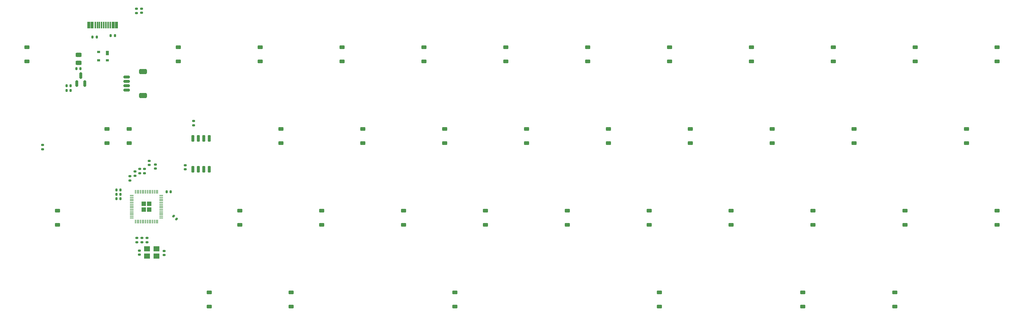
<source format=gbr>
%TF.GenerationSoftware,KiCad,Pcbnew,(7.0.0-0)*%
%TF.CreationDate,2023-04-18T09:58:13-04:00*%
%TF.ProjectId,pi0ii040,70693069-6930-4343-902e-6b696361645f,rev?*%
%TF.SameCoordinates,Original*%
%TF.FileFunction,Paste,Bot*%
%TF.FilePolarity,Positive*%
%FSLAX46Y46*%
G04 Gerber Fmt 4.6, Leading zero omitted, Abs format (unit mm)*
G04 Created by KiCad (PCBNEW (7.0.0-0)) date 2023-04-18 09:58:13*
%MOMM*%
%LPD*%
G01*
G04 APERTURE LIST*
G04 Aperture macros list*
%AMRoundRect*
0 Rectangle with rounded corners*
0 $1 Rounding radius*
0 $2 $3 $4 $5 $6 $7 $8 $9 X,Y pos of 4 corners*
0 Add a 4 corners polygon primitive as box body*
4,1,4,$2,$3,$4,$5,$6,$7,$8,$9,$2,$3,0*
0 Add four circle primitives for the rounded corners*
1,1,$1+$1,$2,$3*
1,1,$1+$1,$4,$5*
1,1,$1+$1,$6,$7*
1,1,$1+$1,$8,$9*
0 Add four rect primitives between the rounded corners*
20,1,$1+$1,$2,$3,$4,$5,0*
20,1,$1+$1,$4,$5,$6,$7,0*
20,1,$1+$1,$6,$7,$8,$9,0*
20,1,$1+$1,$8,$9,$2,$3,0*%
G04 Aperture macros list end*
%ADD10RoundRect,0.225000X0.375000X-0.225000X0.375000X0.225000X-0.375000X0.225000X-0.375000X-0.225000X0*%
%ADD11RoundRect,0.140000X0.170000X-0.140000X0.170000X0.140000X-0.170000X0.140000X-0.170000X-0.140000X0*%
%ADD12RoundRect,0.135000X-0.185000X0.135000X-0.185000X-0.135000X0.185000X-0.135000X0.185000X0.135000X0*%
%ADD13RoundRect,0.150000X0.150000X-0.587500X0.150000X0.587500X-0.150000X0.587500X-0.150000X-0.587500X0*%
%ADD14RoundRect,0.140000X0.140000X0.170000X-0.140000X0.170000X-0.140000X-0.170000X0.140000X-0.170000X0*%
%ADD15RoundRect,0.150000X-0.150000X0.650000X-0.150000X-0.650000X0.150000X-0.650000X0.150000X0.650000X0*%
%ADD16RoundRect,0.140000X-0.170000X0.140000X-0.170000X-0.140000X0.170000X-0.140000X0.170000X0.140000X0*%
%ADD17RoundRect,0.135000X0.135000X0.185000X-0.135000X0.185000X-0.135000X-0.185000X0.135000X-0.185000X0*%
%ADD18RoundRect,0.135000X-0.135000X-0.185000X0.135000X-0.185000X0.135000X0.185000X-0.135000X0.185000X0*%
%ADD19R,1.400000X1.200000*%
%ADD20RoundRect,0.135000X0.185000X-0.135000X0.185000X0.135000X-0.185000X0.135000X-0.185000X-0.135000X0*%
%ADD21RoundRect,0.250000X0.292217X0.292217X-0.292217X0.292217X-0.292217X-0.292217X0.292217X-0.292217X0*%
%ADD22RoundRect,0.050000X0.387500X0.050000X-0.387500X0.050000X-0.387500X-0.050000X0.387500X-0.050000X0*%
%ADD23RoundRect,0.050000X0.050000X0.387500X-0.050000X0.387500X-0.050000X-0.387500X0.050000X-0.387500X0*%
%ADD24R,0.700000X1.000000*%
%ADD25R,0.700000X0.600000*%
%ADD26RoundRect,0.140000X-0.219203X-0.021213X-0.021213X-0.219203X0.219203X0.021213X0.021213X0.219203X0*%
%ADD27RoundRect,0.150000X-0.625000X0.150000X-0.625000X-0.150000X0.625000X-0.150000X0.625000X0.150000X0*%
%ADD28RoundRect,0.250000X-0.650000X0.350000X-0.650000X-0.350000X0.650000X-0.350000X0.650000X0.350000X0*%
%ADD29RoundRect,0.050000X-0.300000X-0.725000X0.300000X-0.725000X0.300000X0.725000X-0.300000X0.725000X0*%
%ADD30RoundRect,0.050000X-0.150000X-0.725000X0.150000X-0.725000X0.150000X0.725000X-0.150000X0.725000X0*%
%ADD31RoundRect,0.243750X-0.456250X0.243750X-0.456250X-0.243750X0.456250X-0.243750X0.456250X0.243750X0*%
%ADD32RoundRect,0.140000X-0.140000X-0.170000X0.140000X-0.170000X0.140000X0.170000X-0.140000X0.170000X0*%
G04 APERTURE END LIST*
D10*
%TO.C,D30*%
X174538750Y-106630625D03*
X174538750Y-103330625D03*
%TD*%
%TO.C,D8*%
X179301250Y-68530625D03*
X179301250Y-65230625D03*
%TD*%
%TO.C,D37*%
X129295000Y-125680625D03*
X129295000Y-122380625D03*
%TD*%
D11*
%TO.C,C_3V-Decoup2*%
X53700000Y-96280000D03*
X53700000Y-95320000D03*
%TD*%
D10*
%TO.C,D14*%
X53563750Y-87580625D03*
X53563750Y-84280625D03*
%TD*%
%TO.C,D40*%
X231688750Y-125680625D03*
X231688750Y-122380625D03*
%TD*%
D12*
%TO.C,R_Shield1*%
X55250000Y-56220000D03*
X55250000Y-57240000D03*
%TD*%
D10*
%TO.C,D28*%
X136438750Y-106630625D03*
X136438750Y-103330625D03*
%TD*%
D13*
%TO.C,U4*%
X43220000Y-73725000D03*
X41320000Y-73725000D03*
X42270000Y-71850000D03*
%TD*%
D10*
%TO.C,D24*%
X36895000Y-106630625D03*
X36895000Y-103330625D03*
%TD*%
D11*
%TO.C,C_Crystal2*%
X55900000Y-113600000D03*
X55900000Y-112640000D03*
%TD*%
D14*
%TO.C,C_3V-Decoup5*%
X51500000Y-99500000D03*
X50540000Y-99500000D03*
%TD*%
D11*
%TO.C,C_1V-Decoup2*%
X59600000Y-93500000D03*
X59600000Y-92540000D03*
%TD*%
D10*
%TO.C,D29*%
X155488750Y-106630625D03*
X155488750Y-103330625D03*
%TD*%
%TO.C,D3*%
X84051250Y-68530625D03*
X84051250Y-65230625D03*
%TD*%
%TO.C,D4*%
X103101250Y-68530625D03*
X103101250Y-65230625D03*
%TD*%
%TO.C,D35*%
X72145000Y-125680625D03*
X72145000Y-122380625D03*
%TD*%
%TO.C,D20*%
X184063750Y-87580625D03*
X184063750Y-84280625D03*
%TD*%
%TO.C,D31*%
X193588750Y-106630625D03*
X193588750Y-103330625D03*
%TD*%
D15*
%TO.C,U2*%
X68390000Y-86500000D03*
X69660000Y-86500000D03*
X70930000Y-86500000D03*
X72200000Y-86500000D03*
X72200000Y-93700000D03*
X70930000Y-93700000D03*
X69660000Y-93700000D03*
X68390000Y-93700000D03*
%TD*%
D16*
%TO.C,C_3V-Decoup8*%
X56500000Y-109700000D03*
X56500000Y-110660000D03*
%TD*%
%TO.C,C_Crystal1*%
X61700000Y-112720000D03*
X61700000Y-113680000D03*
%TD*%
D17*
%TO.C,R_USB1*%
X46010000Y-62900000D03*
X44990000Y-62900000D03*
%TD*%
D10*
%TO.C,D19*%
X165013750Y-87580625D03*
X165013750Y-84280625D03*
%TD*%
D18*
%TO.C,R_USB2*%
X49190000Y-62500000D03*
X50210000Y-62500000D03*
%TD*%
D10*
%TO.C,D39*%
X210257500Y-125680625D03*
X210257500Y-122380625D03*
%TD*%
%TO.C,D17*%
X126913750Y-87580625D03*
X126913750Y-84280625D03*
%TD*%
%TO.C,D10*%
X217401250Y-68530625D03*
X217401250Y-65230625D03*
%TD*%
D19*
%TO.C,Y1*%
X57699999Y-112199999D03*
X59899999Y-112199999D03*
X59899999Y-113899999D03*
X57699999Y-113899999D03*
%TD*%
D10*
%TO.C,D2*%
X65001250Y-68530625D03*
X65001250Y-65230625D03*
%TD*%
D20*
%TO.C,R_RST1*%
X33350000Y-89060000D03*
X33350000Y-88040000D03*
%TD*%
D10*
%TO.C,D36*%
X91195000Y-125680625D03*
X91195000Y-122380625D03*
%TD*%
D14*
%TO.C,C_3V-Decoup1*%
X39930000Y-75270000D03*
X38970000Y-75270000D03*
%TD*%
D21*
%TO.C,U1*%
X58200000Y-103037500D03*
X58200000Y-101762500D03*
X56925000Y-103037500D03*
X56925000Y-101762500D03*
D22*
X61000000Y-99800000D03*
X61000000Y-100200000D03*
X61000000Y-100600000D03*
X61000000Y-101000000D03*
X61000000Y-101400000D03*
X61000000Y-101800000D03*
X61000000Y-102200000D03*
X61000000Y-102600000D03*
X61000000Y-103000000D03*
X61000000Y-103400000D03*
X61000000Y-103800000D03*
X61000000Y-104200000D03*
X61000000Y-104600000D03*
X61000000Y-105000000D03*
D23*
X60162500Y-105837500D03*
X59762500Y-105837500D03*
X59362500Y-105837500D03*
X58962500Y-105837500D03*
X58562500Y-105837500D03*
X58162500Y-105837500D03*
X57762500Y-105837500D03*
X57362500Y-105837500D03*
X56962500Y-105837500D03*
X56562500Y-105837500D03*
X56162500Y-105837500D03*
X55762500Y-105837500D03*
X55362500Y-105837500D03*
X54962500Y-105837500D03*
D22*
X54125000Y-105000000D03*
X54125000Y-104600000D03*
X54125000Y-104200000D03*
X54125000Y-103800000D03*
X54125000Y-103400000D03*
X54125000Y-103000000D03*
X54125000Y-102600000D03*
X54125000Y-102200000D03*
X54125000Y-101800000D03*
X54125000Y-101400000D03*
X54125000Y-101000000D03*
X54125000Y-100600000D03*
X54125000Y-100200000D03*
X54125000Y-99800000D03*
D23*
X54962500Y-98962500D03*
X55362500Y-98962500D03*
X55762500Y-98962500D03*
X56162500Y-98962500D03*
X56562500Y-98962500D03*
X56962500Y-98962500D03*
X57362500Y-98962500D03*
X57762500Y-98962500D03*
X58162500Y-98962500D03*
X58562500Y-98962500D03*
X58962500Y-98962500D03*
X59362500Y-98962500D03*
X59762500Y-98962500D03*
X60162500Y-98962500D03*
%TD*%
D24*
%TO.C,U3*%
X48449999Y-66549999D03*
D25*
X48449999Y-68249999D03*
X46449999Y-68249999D03*
X46449999Y-66349999D03*
%TD*%
D20*
%TO.C,R_Crystal1*%
X57700000Y-110700000D03*
X57700000Y-109680000D03*
%TD*%
D16*
%TO.C,C_1V-Decoup3*%
X55300000Y-109700000D03*
X55300000Y-110660000D03*
%TD*%
D12*
%TO.C,R_DATA1*%
X57100000Y-93580000D03*
X57100000Y-94600000D03*
%TD*%
D14*
%TO.C,C_3V-Decoup7*%
X51500000Y-98500000D03*
X50540000Y-98500000D03*
%TD*%
D10*
%TO.C,D1*%
X29751250Y-68530625D03*
X29751250Y-65230625D03*
%TD*%
%TO.C,D13*%
X48332500Y-87580625D03*
X48332500Y-84280625D03*
%TD*%
D11*
%TO.C,C_Shield1*%
X56400000Y-57200000D03*
X56400000Y-56240000D03*
%TD*%
D10*
%TO.C,D5*%
X122151250Y-68530625D03*
X122151250Y-65230625D03*
%TD*%
%TO.C,D18*%
X145963750Y-87580625D03*
X145963750Y-84280625D03*
%TD*%
%TO.C,D22*%
X222163750Y-87580625D03*
X222163750Y-84280625D03*
%TD*%
%TO.C,D12*%
X255501250Y-68530625D03*
X255501250Y-65230625D03*
%TD*%
D26*
%TO.C,C_3V-Decoup9*%
X63860589Y-104560589D03*
X64539411Y-105239411D03*
%TD*%
D10*
%TO.C,D7*%
X160251250Y-68530625D03*
X160251250Y-65230625D03*
%TD*%
D27*
%TO.C,J1*%
X52900000Y-72200000D03*
X52900000Y-73200000D03*
X52900000Y-74200000D03*
X52900000Y-75200000D03*
D28*
X56775000Y-70900000D03*
X56775000Y-76500000D03*
%TD*%
D10*
%TO.C,D34*%
X255501250Y-106630625D03*
X255501250Y-103330625D03*
%TD*%
D11*
%TO.C,C_1V-Decoup1*%
X54900000Y-95180000D03*
X54900000Y-94220000D03*
%TD*%
D12*
%TO.C,R_Flash1*%
X68500000Y-82450000D03*
X68500000Y-83470000D03*
%TD*%
D10*
%TO.C,D9*%
X198351250Y-68530625D03*
X198351250Y-65230625D03*
%TD*%
D14*
%TO.C,C_3V-Decoup4*%
X51500000Y-100500000D03*
X50540000Y-100500000D03*
%TD*%
D10*
%TO.C,D6*%
X141201250Y-68530625D03*
X141201250Y-65230625D03*
%TD*%
%TO.C,D11*%
X236451250Y-68530625D03*
X236451250Y-65230625D03*
%TD*%
D11*
%TO.C,C_Flash1*%
X66600000Y-93700000D03*
X66600000Y-92740000D03*
%TD*%
D10*
%TO.C,D25*%
X79288750Y-106630625D03*
X79288750Y-103330625D03*
%TD*%
D29*
%TO.C,USB1*%
X44151250Y-60078725D03*
X44926250Y-60078725D03*
D30*
X45626250Y-60078725D03*
X46126250Y-60078725D03*
X46626250Y-60078725D03*
X47126250Y-60078725D03*
X47626250Y-60078725D03*
X48126250Y-60078725D03*
X48626250Y-60078725D03*
X49126250Y-60078725D03*
D29*
X49826250Y-60078725D03*
X50601250Y-60078725D03*
%TD*%
D10*
%TO.C,D16*%
X107863750Y-87580625D03*
X107863750Y-84280625D03*
%TD*%
%TO.C,D15*%
X88813750Y-87580625D03*
X88813750Y-84280625D03*
%TD*%
D11*
%TO.C,C_3V-Decoup3*%
X58200000Y-92700000D03*
X58200000Y-91740000D03*
%TD*%
D10*
%TO.C,D23*%
X248357500Y-87580625D03*
X248357500Y-84280625D03*
%TD*%
%TO.C,D33*%
X234070000Y-106630625D03*
X234070000Y-103330625D03*
%TD*%
D14*
%TO.C,C_LDO1*%
X42200000Y-70200000D03*
X41240000Y-70200000D03*
%TD*%
%TO.C,C_LDO2*%
X39900000Y-74170000D03*
X38940000Y-74170000D03*
%TD*%
D31*
%TO.C,F1*%
X41750000Y-67012500D03*
X41750000Y-68887500D03*
%TD*%
D10*
%TO.C,D26*%
X98338750Y-106630625D03*
X98338750Y-103330625D03*
%TD*%
%TO.C,D27*%
X117388750Y-106630625D03*
X117388750Y-103330625D03*
%TD*%
D12*
%TO.C,R_DATA2*%
X56000000Y-93580000D03*
X56000000Y-94600000D03*
%TD*%
D10*
%TO.C,D21*%
X203113750Y-87580625D03*
X203113750Y-84280625D03*
%TD*%
%TO.C,D32*%
X212638750Y-106630625D03*
X212638750Y-103330625D03*
%TD*%
%TO.C,D38*%
X176920000Y-125680625D03*
X176920000Y-122380625D03*
%TD*%
D32*
%TO.C,C_3V-Decoup6*%
X62220000Y-98900000D03*
X63180000Y-98900000D03*
%TD*%
M02*

</source>
